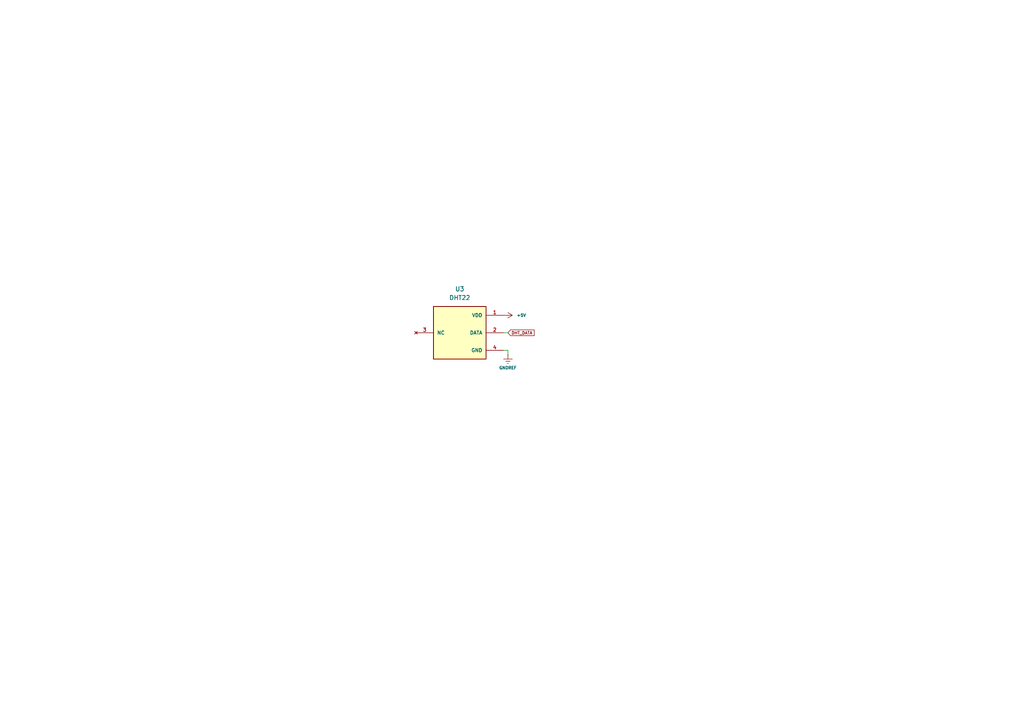
<source format=kicad_sch>
(kicad_sch
	(version 20250114)
	(generator "eeschema")
	(generator_version "9.0")
	(uuid "a046c015-b428-448d-a4c2-c27928116f9b")
	(paper "A4")
	(lib_symbols
		(symbol "Library:+5V"
			(power)
			(pin_numbers
				(hide yes)
			)
			(pin_names
				(offset 0)
				(hide yes)
			)
			(exclude_from_sim no)
			(in_bom yes)
			(on_board yes)
			(property "Reference" "#PWR"
				(at 0 -3.81 0)
				(effects
					(font
						(size 1.27 1.27)
					)
					(hide yes)
				)
			)
			(property "Value" "+5V"
				(at 0 3.556 0)
				(effects
					(font
						(size 1.27 1.27)
					)
				)
			)
			(property "Footprint" ""
				(at 0 0 0)
				(effects
					(font
						(size 1.27 1.27)
					)
					(hide yes)
				)
			)
			(property "Datasheet" ""
				(at 0 0 0)
				(effects
					(font
						(size 1.27 1.27)
					)
					(hide yes)
				)
			)
			(property "Description" "Power symbol creates a global label with name \"+5V\""
				(at 0 0 0)
				(effects
					(font
						(size 1.27 1.27)
					)
					(hide yes)
				)
			)
			(property "ki_keywords" "global power"
				(at 0 0 0)
				(effects
					(font
						(size 1.27 1.27)
					)
					(hide yes)
				)
			)
			(symbol "+5V_0_1"
				(polyline
					(pts
						(xy -0.762 1.27) (xy 0 2.54)
					)
					(stroke
						(width 0)
						(type default)
					)
					(fill
						(type none)
					)
				)
				(polyline
					(pts
						(xy 0 2.54) (xy 0.762 1.27)
					)
					(stroke
						(width 0)
						(type default)
					)
					(fill
						(type none)
					)
				)
				(polyline
					(pts
						(xy 0 0) (xy 0 2.54)
					)
					(stroke
						(width 0)
						(type default)
					)
					(fill
						(type none)
					)
				)
			)
			(symbol "+5V_1_1"
				(pin power_in line
					(at 0 0 90)
					(length 0)
					(name "~"
						(effects
							(font
								(size 1.27 1.27)
							)
						)
					)
					(number "1"
						(effects
							(font
								(size 1.27 1.27)
							)
						)
					)
				)
			)
			(embedded_fonts no)
		)
		(symbol "Library:DHT22"
			(pin_names
				(offset 1.016)
			)
			(exclude_from_sim no)
			(in_bom yes)
			(on_board yes)
			(property "Reference" "U"
				(at -7.62 8.382 0)
				(effects
					(font
						(size 1.27 1.27)
					)
					(justify left bottom)
				)
			)
			(property "Value" "DHT22"
				(at -7.62 -10.16 0)
				(effects
					(font
						(size 1.27 1.27)
					)
					(justify left bottom)
				)
			)
			(property "Footprint" "DHT22:XDCR_DHT22"
				(at 0 0 0)
				(effects
					(font
						(size 1.27 1.27)
					)
					(justify bottom)
					(hide yes)
				)
			)
			(property "Datasheet" ""
				(at 0 0 0)
				(effects
					(font
						(size 1.27 1.27)
					)
					(hide yes)
				)
			)
			(property "Description" ""
				(at 0 0 0)
				(effects
					(font
						(size 1.27 1.27)
					)
					(hide yes)
				)
			)
			(property "MF" "Aosong Electronics"
				(at 0 0 0)
				(effects
					(font
						(size 1.27 1.27)
					)
					(justify bottom)
					(hide yes)
				)
			)
			(property "MAXIMUM_PACKAGE_HEIGHT" "7.8 mm"
				(at 0 0 0)
				(effects
					(font
						(size 1.27 1.27)
					)
					(justify bottom)
					(hide yes)
				)
			)
			(property "CREATOR" "KARTHIK"
				(at 0 0 0)
				(effects
					(font
						(size 1.27 1.27)
					)
					(justify bottom)
					(hide yes)
				)
			)
			(property "Price" "None"
				(at 0 0 0)
				(effects
					(font
						(size 1.27 1.27)
					)
					(justify bottom)
					(hide yes)
				)
			)
			(property "Package" "Package"
				(at 0 0 0)
				(effects
					(font
						(size 1.27 1.27)
					)
					(justify bottom)
					(hide yes)
				)
			)
			(property "Check_prices" "https://www.snapeda.com/parts/DHT22/Aosong+Electronics/view-part/?ref=eda"
				(at 0 0 0)
				(effects
					(font
						(size 1.27 1.27)
					)
					(justify bottom)
					(hide yes)
				)
			)
			(property "STANDARD" "IPC-7351B"
				(at 0 0 0)
				(effects
					(font
						(size 1.27 1.27)
					)
					(justify bottom)
					(hide yes)
				)
			)
			(property "SnapEDA_Link" "https://www.snapeda.com/parts/DHT22/Aosong+Electronics/view-part/?ref=snap"
				(at 0 0 0)
				(effects
					(font
						(size 1.27 1.27)
					)
					(justify bottom)
					(hide yes)
				)
			)
			(property "MP" "DHT22"
				(at 0 0 0)
				(effects
					(font
						(size 1.27 1.27)
					)
					(justify bottom)
					(hide yes)
				)
			)
			(property "Description_1" "Capacitive-type humidity and temperature module/sensor"
				(at 0 0 0)
				(effects
					(font
						(size 1.27 1.27)
					)
					(justify bottom)
					(hide yes)
				)
			)
			(property "Availability" "Not in stock"
				(at 0 0 0)
				(effects
					(font
						(size 1.27 1.27)
					)
					(justify bottom)
					(hide yes)
				)
			)
			(property "MANUFACTURER" "Aosong Electronics"
				(at 0 0 0)
				(effects
					(font
						(size 1.27 1.27)
					)
					(justify bottom)
					(hide yes)
				)
			)
			(symbol "DHT22_0_0"
				(rectangle
					(start -7.62 -7.62)
					(end 7.62 7.62)
					(stroke
						(width 0.254)
						(type default)
					)
					(fill
						(type background)
					)
				)
				(pin no_connect line
					(at -12.7 0 0)
					(length 5.08)
					(name "NC"
						(effects
							(font
								(size 1.016 1.016)
							)
						)
					)
					(number "3"
						(effects
							(font
								(size 1.016 1.016)
							)
						)
					)
				)
				(pin power_in line
					(at 12.7 5.08 180)
					(length 5.08)
					(name "VDD"
						(effects
							(font
								(size 1.016 1.016)
							)
						)
					)
					(number "1"
						(effects
							(font
								(size 1.016 1.016)
							)
						)
					)
				)
				(pin bidirectional line
					(at 12.7 0 180)
					(length 5.08)
					(name "DATA"
						(effects
							(font
								(size 1.016 1.016)
							)
						)
					)
					(number "2"
						(effects
							(font
								(size 1.016 1.016)
							)
						)
					)
				)
				(pin power_in line
					(at 12.7 -5.08 180)
					(length 5.08)
					(name "GND"
						(effects
							(font
								(size 1.016 1.016)
							)
						)
					)
					(number "4"
						(effects
							(font
								(size 1.016 1.016)
							)
						)
					)
				)
			)
			(embedded_fonts no)
		)
		(symbol "Library:GNDREF"
			(power)
			(pin_numbers
				(hide yes)
			)
			(pin_names
				(offset 0)
				(hide yes)
			)
			(exclude_from_sim no)
			(in_bom yes)
			(on_board yes)
			(property "Reference" "#PWR"
				(at 0 -6.35 0)
				(effects
					(font
						(size 1.27 1.27)
					)
					(hide yes)
				)
			)
			(property "Value" "GNDREF"
				(at 0 -3.81 0)
				(effects
					(font
						(size 1.27 1.27)
					)
				)
			)
			(property "Footprint" ""
				(at 0 0 0)
				(effects
					(font
						(size 1.27 1.27)
					)
					(hide yes)
				)
			)
			(property "Datasheet" ""
				(at 0 0 0)
				(effects
					(font
						(size 1.27 1.27)
					)
					(hide yes)
				)
			)
			(property "Description" "Power symbol creates a global label with name \"GNDREF\" , reference supply ground"
				(at 0 0 0)
				(effects
					(font
						(size 1.27 1.27)
					)
					(hide yes)
				)
			)
			(property "ki_keywords" "global power"
				(at 0 0 0)
				(effects
					(font
						(size 1.27 1.27)
					)
					(hide yes)
				)
			)
			(symbol "GNDREF_0_1"
				(polyline
					(pts
						(xy -0.635 -1.905) (xy 0.635 -1.905)
					)
					(stroke
						(width 0)
						(type default)
					)
					(fill
						(type none)
					)
				)
				(polyline
					(pts
						(xy -0.127 -2.54) (xy 0.127 -2.54)
					)
					(stroke
						(width 0)
						(type default)
					)
					(fill
						(type none)
					)
				)
				(polyline
					(pts
						(xy 0 -1.27) (xy 0 0)
					)
					(stroke
						(width 0)
						(type default)
					)
					(fill
						(type none)
					)
				)
				(polyline
					(pts
						(xy 1.27 -1.27) (xy -1.27 -1.27)
					)
					(stroke
						(width 0)
						(type default)
					)
					(fill
						(type none)
					)
				)
			)
			(symbol "GNDREF_1_1"
				(pin power_in line
					(at 0 0 270)
					(length 0)
					(name "~"
						(effects
							(font
								(size 1.27 1.27)
							)
						)
					)
					(number "1"
						(effects
							(font
								(size 1.27 1.27)
							)
						)
					)
				)
			)
			(embedded_fonts no)
		)
	)
	(wire
		(pts
			(xy 147.32 101.6) (xy 147.32 102.87)
		)
		(stroke
			(width 0)
			(type default)
		)
		(uuid "19a54cbf-aa1c-4008-99ac-5b87d8edfbbe")
	)
	(wire
		(pts
			(xy 147.32 101.6) (xy 146.05 101.6)
		)
		(stroke
			(width 0)
			(type default)
		)
		(uuid "23bb68bb-f1c1-4164-987b-dc5294dc89a6")
	)
	(wire
		(pts
			(xy 147.32 96.52) (xy 146.05 96.52)
		)
		(stroke
			(width 0)
			(type default)
		)
		(uuid "c34eb595-8cba-4be5-9863-38724bc1eebc")
	)
	(global_label "DHT_DATA"
		(shape input)
		(at 147.32 96.52 0)
		(fields_autoplaced yes)
		(effects
			(font
				(size 0.85 0.85)
			)
			(justify left)
		)
		(uuid "debae03e-4a8e-45c4-b59b-86d150df5314")
		(property "Intersheetrefs" "${INTERSHEET_REFS}"
			(at 155.3087 96.52 0)
			(effects
				(font
					(size 1.27 1.27)
				)
				(justify left)
				(hide yes)
			)
		)
	)
	(symbol
		(lib_id "Library:GNDREF")
		(at 147.32 102.87 0)
		(unit 1)
		(exclude_from_sim no)
		(in_bom yes)
		(on_board yes)
		(dnp no)
		(uuid "0f66c46b-874f-4bc4-9eeb-88ff3c7fb802")
		(property "Reference" "#PWR061"
			(at 147.32 109.22 0)
			(effects
				(font
					(size 0.85 0.85)
				)
				(hide yes)
			)
		)
		(property "Value" "GNDREF"
			(at 147.32 106.68 0)
			(effects
				(font
					(size 0.85 0.85)
				)
			)
		)
		(property "Footprint" ""
			(at 147.32 102.87 0)
			(effects
				(font
					(size 0.85 0.85)
				)
				(hide yes)
			)
		)
		(property "Datasheet" ""
			(at 147.32 102.87 0)
			(effects
				(font
					(size 0.85 0.85)
				)
				(hide yes)
			)
		)
		(property "Description" "Power symbol creates a global label with name \"GNDREF\" , reference supply ground"
			(at 147.32 102.87 0)
			(effects
				(font
					(size 0.85 0.85)
				)
				(hide yes)
			)
		)
		(pin "1"
			(uuid "a8553992-a697-4019-ba13-24df0f790d00")
		)
		(instances
			(project "MoistureDatalogger"
				(path "/2465b45a-61bf-4bb8-9f23-f35ab1c53bad/f06c3242-5aa0-450f-adaf-bd55866769ae"
					(reference "#PWR061")
					(unit 1)
				)
			)
		)
	)
	(symbol
		(lib_id "Library:+5V")
		(at 146.05 91.44 270)
		(unit 1)
		(exclude_from_sim no)
		(in_bom yes)
		(on_board yes)
		(dnp no)
		(fields_autoplaced yes)
		(uuid "55ac1d9e-255b-4f7c-a2b8-244806e36765")
		(property "Reference" "#PWR060"
			(at 142.24 91.44 0)
			(effects
				(font
					(size 0.85 0.85)
				)
				(hide yes)
			)
		)
		(property "Value" "+5V"
			(at 149.86 91.4399 90)
			(effects
				(font
					(size 0.85 0.85)
				)
				(justify left)
			)
		)
		(property "Footprint" ""
			(at 146.05 91.44 0)
			(effects
				(font
					(size 0.85 0.85)
				)
				(hide yes)
			)
		)
		(property "Datasheet" ""
			(at 146.05 91.44 0)
			(effects
				(font
					(size 0.85 0.85)
				)
				(hide yes)
			)
		)
		(property "Description" "Power symbol creates a global label with name \"+5V\""
			(at 146.05 91.44 0)
			(effects
				(font
					(size 0.85 0.85)
				)
				(hide yes)
			)
		)
		(pin "1"
			(uuid "54bd6008-c4f6-4c29-95e0-2c3430fbd2e8")
		)
		(instances
			(project "MoistureDatalogger"
				(path "/2465b45a-61bf-4bb8-9f23-f35ab1c53bad/f06c3242-5aa0-450f-adaf-bd55866769ae"
					(reference "#PWR060")
					(unit 1)
				)
			)
		)
	)
	(symbol
		(lib_id "Library:DHT22")
		(at 133.35 96.52 0)
		(unit 1)
		(exclude_from_sim no)
		(in_bom yes)
		(on_board yes)
		(dnp no)
		(fields_autoplaced yes)
		(uuid "e1709821-6057-478e-9105-a91a1ae0017d")
		(property "Reference" "U3"
			(at 133.35 83.82 0)
			(effects
				(font
					(size 1.27 1.27)
				)
			)
		)
		(property "Value" "DHT22"
			(at 133.35 86.36 0)
			(effects
				(font
					(size 1.27 1.27)
				)
			)
		)
		(property "Footprint" "Library:XDCR_DHT22"
			(at 133.35 96.52 0)
			(effects
				(font
					(size 1.27 1.27)
				)
				(justify bottom)
				(hide yes)
			)
		)
		(property "Datasheet" ""
			(at 133.35 96.52 0)
			(effects
				(font
					(size 1.27 1.27)
				)
				(hide yes)
			)
		)
		(property "Description" ""
			(at 133.35 96.52 0)
			(effects
				(font
					(size 1.27 1.27)
				)
				(hide yes)
			)
		)
		(property "MF" "Aosong Electronics"
			(at 133.35 96.52 0)
			(effects
				(font
					(size 1.27 1.27)
				)
				(justify bottom)
				(hide yes)
			)
		)
		(property "MAXIMUM_PACKAGE_HEIGHT" "7.8 mm"
			(at 133.35 96.52 0)
			(effects
				(font
					(size 1.27 1.27)
				)
				(justify bottom)
				(hide yes)
			)
		)
		(property "CREATOR" "KARTHIK"
			(at 133.35 96.52 0)
			(effects
				(font
					(size 1.27 1.27)
				)
				(justify bottom)
				(hide yes)
			)
		)
		(property "Price" "None"
			(at 133.35 96.52 0)
			(effects
				(font
					(size 1.27 1.27)
				)
				(justify bottom)
				(hide yes)
			)
		)
		(property "Package" "Package"
			(at 133.35 96.52 0)
			(effects
				(font
					(size 1.27 1.27)
				)
				(justify bottom)
				(hide yes)
			)
		)
		(property "Check_prices" "https://www.snapeda.com/parts/DHT22/Aosong+Electronics/view-part/?ref=eda"
			(at 133.35 96.52 0)
			(effects
				(font
					(size 1.27 1.27)
				)
				(justify bottom)
				(hide yes)
			)
		)
		(property "STANDARD" "IPC-7351B"
			(at 133.35 96.52 0)
			(effects
				(font
					(size 1.27 1.27)
				)
				(justify bottom)
				(hide yes)
			)
		)
		(property "SnapEDA_Link" "https://www.snapeda.com/parts/DHT22/Aosong+Electronics/view-part/?ref=snap"
			(at 133.35 96.52 0)
			(effects
				(font
					(size 1.27 1.27)
				)
				(justify bottom)
				(hide yes)
			)
		)
		(property "MP" "DHT22"
			(at 133.35 96.52 0)
			(effects
				(font
					(size 1.27 1.27)
				)
				(justify bottom)
				(hide yes)
			)
		)
		(property "Description_1" "Capacitive-type humidity and temperature module/sensor"
			(at 133.35 96.52 0)
			(effects
				(font
					(size 1.27 1.27)
				)
				(justify bottom)
				(hide yes)
			)
		)
		(property "Availability" "Not in stock"
			(at 133.35 96.52 0)
			(effects
				(font
					(size 1.27 1.27)
				)
				(justify bottom)
				(hide yes)
			)
		)
		(property "MANUFACTURER" "Aosong Electronics"
			(at 133.35 96.52 0)
			(effects
				(font
					(size 1.27 1.27)
				)
				(justify bottom)
				(hide yes)
			)
		)
		(pin "2"
			(uuid "be5d7673-f56c-4758-b06e-b06e3255a59a")
		)
		(pin "1"
			(uuid "38645b7a-73d9-481e-b4a9-61cdc8332826")
		)
		(pin "4"
			(uuid "9445937d-e19c-4aff-9e46-69c68fb34553")
		)
		(pin "3"
			(uuid "0b0dd132-201d-4c4d-a6af-c2a192bfc5e9")
		)
		(instances
			(project ""
				(path "/2465b45a-61bf-4bb8-9f23-f35ab1c53bad/f06c3242-5aa0-450f-adaf-bd55866769ae"
					(reference "U3")
					(unit 1)
				)
			)
		)
	)
)

</source>
